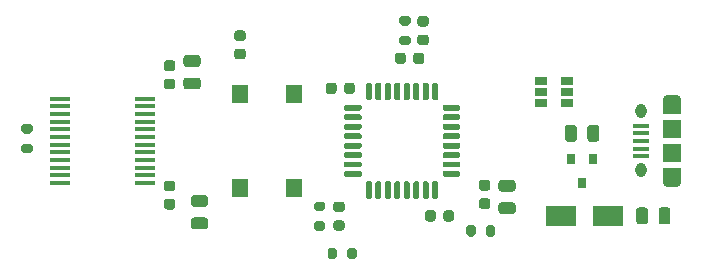
<source format=gbr>
%TF.GenerationSoftware,KiCad,Pcbnew,(5.1.9)-1*%
%TF.CreationDate,2021-05-16T17:52:49+02:00*%
%TF.ProjectId,SojournerST,536f6a6f-7572-46e6-9572-53542e6b6963,rev?*%
%TF.SameCoordinates,Original*%
%TF.FileFunction,Paste,Top*%
%TF.FilePolarity,Positive*%
%FSLAX46Y46*%
G04 Gerber Fmt 4.6, Leading zero omitted, Abs format (unit mm)*
G04 Created by KiCad (PCBNEW (5.1.9)-1) date 2021-05-16 17:52:49*
%MOMM*%
%LPD*%
G01*
G04 APERTURE LIST*
%ADD10R,1.400000X1.600000*%
%ADD11R,1.060000X0.650000*%
%ADD12R,1.750000X0.450000*%
%ADD13R,0.800000X0.900000*%
%ADD14O,0.950000X1.250000*%
%ADD15R,1.550000X1.200000*%
%ADD16O,1.550000X0.890000*%
%ADD17R,1.550000X1.500000*%
%ADD18R,1.350000X0.400000*%
%ADD19R,2.500000X1.800000*%
G04 APERTURE END LIST*
D10*
%TO.C,SW1*%
X117130000Y-68390000D03*
X117130000Y-76390000D03*
X121630000Y-68390000D03*
X121630000Y-76390000D03*
%TD*%
%TO.C,R5*%
G36*
G01*
X131339000Y-62630000D02*
X130789000Y-62630000D01*
G75*
G02*
X130589000Y-62430000I0J200000D01*
G01*
X130589000Y-62030000D01*
G75*
G02*
X130789000Y-61830000I200000J0D01*
G01*
X131339000Y-61830000D01*
G75*
G02*
X131539000Y-62030000I0J-200000D01*
G01*
X131539000Y-62430000D01*
G75*
G02*
X131339000Y-62630000I-200000J0D01*
G01*
G37*
G36*
G01*
X131339000Y-64280000D02*
X130789000Y-64280000D01*
G75*
G02*
X130589000Y-64080000I0J200000D01*
G01*
X130589000Y-63680000D01*
G75*
G02*
X130789000Y-63480000I200000J0D01*
G01*
X131339000Y-63480000D01*
G75*
G02*
X131539000Y-63680000I0J-200000D01*
G01*
X131539000Y-64080000D01*
G75*
G02*
X131339000Y-64280000I-200000J0D01*
G01*
G37*
%TD*%
%TO.C,R3*%
G36*
G01*
X126155000Y-82190000D02*
X126155000Y-81640000D01*
G75*
G02*
X126355000Y-81440000I200000J0D01*
G01*
X126755000Y-81440000D01*
G75*
G02*
X126955000Y-81640000I0J-200000D01*
G01*
X126955000Y-82190000D01*
G75*
G02*
X126755000Y-82390000I-200000J0D01*
G01*
X126355000Y-82390000D01*
G75*
G02*
X126155000Y-82190000I0J200000D01*
G01*
G37*
G36*
G01*
X124505000Y-82190000D02*
X124505000Y-81640000D01*
G75*
G02*
X124705000Y-81440000I200000J0D01*
G01*
X125105000Y-81440000D01*
G75*
G02*
X125305000Y-81640000I0J-200000D01*
G01*
X125305000Y-82190000D01*
G75*
G02*
X125105000Y-82390000I-200000J0D01*
G01*
X124705000Y-82390000D01*
G75*
G02*
X124505000Y-82190000I0J200000D01*
G01*
G37*
%TD*%
%TO.C,D3*%
G36*
G01*
X132331750Y-63405000D02*
X132844250Y-63405000D01*
G75*
G02*
X133063000Y-63623750I0J-218750D01*
G01*
X133063000Y-64061250D01*
G75*
G02*
X132844250Y-64280000I-218750J0D01*
G01*
X132331750Y-64280000D01*
G75*
G02*
X132113000Y-64061250I0J218750D01*
G01*
X132113000Y-63623750D01*
G75*
G02*
X132331750Y-63405000I218750J0D01*
G01*
G37*
G36*
G01*
X132331750Y-61830000D02*
X132844250Y-61830000D01*
G75*
G02*
X133063000Y-62048750I0J-218750D01*
G01*
X133063000Y-62486250D01*
G75*
G02*
X132844250Y-62705000I-218750J0D01*
G01*
X132331750Y-62705000D01*
G75*
G02*
X132113000Y-62486250I0J218750D01*
G01*
X132113000Y-62048750D01*
G75*
G02*
X132331750Y-61830000I218750J0D01*
G01*
G37*
%TD*%
D11*
%TO.C,U4*%
X142580000Y-68260000D03*
X142580000Y-69210000D03*
X142580000Y-67310000D03*
X144780000Y-67310000D03*
X144780000Y-68260000D03*
X144780000Y-69210000D03*
%TD*%
D12*
%TO.C,U3*%
X109010000Y-68815000D03*
X109010000Y-69465000D03*
X109010000Y-70115000D03*
X109010000Y-70765000D03*
X109010000Y-71415000D03*
X109010000Y-72065000D03*
X109010000Y-72715000D03*
X109010000Y-73365000D03*
X109010000Y-74015000D03*
X109010000Y-74665000D03*
X109010000Y-75315000D03*
X109010000Y-75965000D03*
X101810000Y-75965000D03*
X101810000Y-75315000D03*
X101810000Y-74665000D03*
X101810000Y-74015000D03*
X101810000Y-73365000D03*
X101810000Y-72715000D03*
X101810000Y-72065000D03*
X101810000Y-71415000D03*
X101810000Y-70765000D03*
X101810000Y-70115000D03*
X101810000Y-69465000D03*
X101810000Y-68815000D03*
%TD*%
D13*
%TO.C,U2*%
X146050000Y-75930000D03*
X145100000Y-73930000D03*
X147000000Y-73930000D03*
%TD*%
%TO.C,U1*%
G36*
G01*
X127760000Y-68840000D02*
X127760000Y-67590000D01*
G75*
G02*
X127885000Y-67465000I125000J0D01*
G01*
X128135000Y-67465000D01*
G75*
G02*
X128260000Y-67590000I0J-125000D01*
G01*
X128260000Y-68840000D01*
G75*
G02*
X128135000Y-68965000I-125000J0D01*
G01*
X127885000Y-68965000D01*
G75*
G02*
X127760000Y-68840000I0J125000D01*
G01*
G37*
G36*
G01*
X128560000Y-68840000D02*
X128560000Y-67590000D01*
G75*
G02*
X128685000Y-67465000I125000J0D01*
G01*
X128935000Y-67465000D01*
G75*
G02*
X129060000Y-67590000I0J-125000D01*
G01*
X129060000Y-68840000D01*
G75*
G02*
X128935000Y-68965000I-125000J0D01*
G01*
X128685000Y-68965000D01*
G75*
G02*
X128560000Y-68840000I0J125000D01*
G01*
G37*
G36*
G01*
X129360000Y-68840000D02*
X129360000Y-67590000D01*
G75*
G02*
X129485000Y-67465000I125000J0D01*
G01*
X129735000Y-67465000D01*
G75*
G02*
X129860000Y-67590000I0J-125000D01*
G01*
X129860000Y-68840000D01*
G75*
G02*
X129735000Y-68965000I-125000J0D01*
G01*
X129485000Y-68965000D01*
G75*
G02*
X129360000Y-68840000I0J125000D01*
G01*
G37*
G36*
G01*
X130160000Y-68840000D02*
X130160000Y-67590000D01*
G75*
G02*
X130285000Y-67465000I125000J0D01*
G01*
X130535000Y-67465000D01*
G75*
G02*
X130660000Y-67590000I0J-125000D01*
G01*
X130660000Y-68840000D01*
G75*
G02*
X130535000Y-68965000I-125000J0D01*
G01*
X130285000Y-68965000D01*
G75*
G02*
X130160000Y-68840000I0J125000D01*
G01*
G37*
G36*
G01*
X130960000Y-68840000D02*
X130960000Y-67590000D01*
G75*
G02*
X131085000Y-67465000I125000J0D01*
G01*
X131335000Y-67465000D01*
G75*
G02*
X131460000Y-67590000I0J-125000D01*
G01*
X131460000Y-68840000D01*
G75*
G02*
X131335000Y-68965000I-125000J0D01*
G01*
X131085000Y-68965000D01*
G75*
G02*
X130960000Y-68840000I0J125000D01*
G01*
G37*
G36*
G01*
X131760000Y-68840000D02*
X131760000Y-67590000D01*
G75*
G02*
X131885000Y-67465000I125000J0D01*
G01*
X132135000Y-67465000D01*
G75*
G02*
X132260000Y-67590000I0J-125000D01*
G01*
X132260000Y-68840000D01*
G75*
G02*
X132135000Y-68965000I-125000J0D01*
G01*
X131885000Y-68965000D01*
G75*
G02*
X131760000Y-68840000I0J125000D01*
G01*
G37*
G36*
G01*
X132560000Y-68840000D02*
X132560000Y-67590000D01*
G75*
G02*
X132685000Y-67465000I125000J0D01*
G01*
X132935000Y-67465000D01*
G75*
G02*
X133060000Y-67590000I0J-125000D01*
G01*
X133060000Y-68840000D01*
G75*
G02*
X132935000Y-68965000I-125000J0D01*
G01*
X132685000Y-68965000D01*
G75*
G02*
X132560000Y-68840000I0J125000D01*
G01*
G37*
G36*
G01*
X133360000Y-68840000D02*
X133360000Y-67590000D01*
G75*
G02*
X133485000Y-67465000I125000J0D01*
G01*
X133735000Y-67465000D01*
G75*
G02*
X133860000Y-67590000I0J-125000D01*
G01*
X133860000Y-68840000D01*
G75*
G02*
X133735000Y-68965000I-125000J0D01*
G01*
X133485000Y-68965000D01*
G75*
G02*
X133360000Y-68840000I0J125000D01*
G01*
G37*
G36*
G01*
X134235000Y-69715000D02*
X134235000Y-69465000D01*
G75*
G02*
X134360000Y-69340000I125000J0D01*
G01*
X135610000Y-69340000D01*
G75*
G02*
X135735000Y-69465000I0J-125000D01*
G01*
X135735000Y-69715000D01*
G75*
G02*
X135610000Y-69840000I-125000J0D01*
G01*
X134360000Y-69840000D01*
G75*
G02*
X134235000Y-69715000I0J125000D01*
G01*
G37*
G36*
G01*
X134235000Y-70515000D02*
X134235000Y-70265000D01*
G75*
G02*
X134360000Y-70140000I125000J0D01*
G01*
X135610000Y-70140000D01*
G75*
G02*
X135735000Y-70265000I0J-125000D01*
G01*
X135735000Y-70515000D01*
G75*
G02*
X135610000Y-70640000I-125000J0D01*
G01*
X134360000Y-70640000D01*
G75*
G02*
X134235000Y-70515000I0J125000D01*
G01*
G37*
G36*
G01*
X134235000Y-71315000D02*
X134235000Y-71065000D01*
G75*
G02*
X134360000Y-70940000I125000J0D01*
G01*
X135610000Y-70940000D01*
G75*
G02*
X135735000Y-71065000I0J-125000D01*
G01*
X135735000Y-71315000D01*
G75*
G02*
X135610000Y-71440000I-125000J0D01*
G01*
X134360000Y-71440000D01*
G75*
G02*
X134235000Y-71315000I0J125000D01*
G01*
G37*
G36*
G01*
X134235000Y-72115000D02*
X134235000Y-71865000D01*
G75*
G02*
X134360000Y-71740000I125000J0D01*
G01*
X135610000Y-71740000D01*
G75*
G02*
X135735000Y-71865000I0J-125000D01*
G01*
X135735000Y-72115000D01*
G75*
G02*
X135610000Y-72240000I-125000J0D01*
G01*
X134360000Y-72240000D01*
G75*
G02*
X134235000Y-72115000I0J125000D01*
G01*
G37*
G36*
G01*
X134235000Y-72915000D02*
X134235000Y-72665000D01*
G75*
G02*
X134360000Y-72540000I125000J0D01*
G01*
X135610000Y-72540000D01*
G75*
G02*
X135735000Y-72665000I0J-125000D01*
G01*
X135735000Y-72915000D01*
G75*
G02*
X135610000Y-73040000I-125000J0D01*
G01*
X134360000Y-73040000D01*
G75*
G02*
X134235000Y-72915000I0J125000D01*
G01*
G37*
G36*
G01*
X134235000Y-73715000D02*
X134235000Y-73465000D01*
G75*
G02*
X134360000Y-73340000I125000J0D01*
G01*
X135610000Y-73340000D01*
G75*
G02*
X135735000Y-73465000I0J-125000D01*
G01*
X135735000Y-73715000D01*
G75*
G02*
X135610000Y-73840000I-125000J0D01*
G01*
X134360000Y-73840000D01*
G75*
G02*
X134235000Y-73715000I0J125000D01*
G01*
G37*
G36*
G01*
X134235000Y-74515000D02*
X134235000Y-74265000D01*
G75*
G02*
X134360000Y-74140000I125000J0D01*
G01*
X135610000Y-74140000D01*
G75*
G02*
X135735000Y-74265000I0J-125000D01*
G01*
X135735000Y-74515000D01*
G75*
G02*
X135610000Y-74640000I-125000J0D01*
G01*
X134360000Y-74640000D01*
G75*
G02*
X134235000Y-74515000I0J125000D01*
G01*
G37*
G36*
G01*
X134235000Y-75315000D02*
X134235000Y-75065000D01*
G75*
G02*
X134360000Y-74940000I125000J0D01*
G01*
X135610000Y-74940000D01*
G75*
G02*
X135735000Y-75065000I0J-125000D01*
G01*
X135735000Y-75315000D01*
G75*
G02*
X135610000Y-75440000I-125000J0D01*
G01*
X134360000Y-75440000D01*
G75*
G02*
X134235000Y-75315000I0J125000D01*
G01*
G37*
G36*
G01*
X133360000Y-77190000D02*
X133360000Y-75940000D01*
G75*
G02*
X133485000Y-75815000I125000J0D01*
G01*
X133735000Y-75815000D01*
G75*
G02*
X133860000Y-75940000I0J-125000D01*
G01*
X133860000Y-77190000D01*
G75*
G02*
X133735000Y-77315000I-125000J0D01*
G01*
X133485000Y-77315000D01*
G75*
G02*
X133360000Y-77190000I0J125000D01*
G01*
G37*
G36*
G01*
X132560000Y-77190000D02*
X132560000Y-75940000D01*
G75*
G02*
X132685000Y-75815000I125000J0D01*
G01*
X132935000Y-75815000D01*
G75*
G02*
X133060000Y-75940000I0J-125000D01*
G01*
X133060000Y-77190000D01*
G75*
G02*
X132935000Y-77315000I-125000J0D01*
G01*
X132685000Y-77315000D01*
G75*
G02*
X132560000Y-77190000I0J125000D01*
G01*
G37*
G36*
G01*
X131760000Y-77190000D02*
X131760000Y-75940000D01*
G75*
G02*
X131885000Y-75815000I125000J0D01*
G01*
X132135000Y-75815000D01*
G75*
G02*
X132260000Y-75940000I0J-125000D01*
G01*
X132260000Y-77190000D01*
G75*
G02*
X132135000Y-77315000I-125000J0D01*
G01*
X131885000Y-77315000D01*
G75*
G02*
X131760000Y-77190000I0J125000D01*
G01*
G37*
G36*
G01*
X130960000Y-77190000D02*
X130960000Y-75940000D01*
G75*
G02*
X131085000Y-75815000I125000J0D01*
G01*
X131335000Y-75815000D01*
G75*
G02*
X131460000Y-75940000I0J-125000D01*
G01*
X131460000Y-77190000D01*
G75*
G02*
X131335000Y-77315000I-125000J0D01*
G01*
X131085000Y-77315000D01*
G75*
G02*
X130960000Y-77190000I0J125000D01*
G01*
G37*
G36*
G01*
X130160000Y-77190000D02*
X130160000Y-75940000D01*
G75*
G02*
X130285000Y-75815000I125000J0D01*
G01*
X130535000Y-75815000D01*
G75*
G02*
X130660000Y-75940000I0J-125000D01*
G01*
X130660000Y-77190000D01*
G75*
G02*
X130535000Y-77315000I-125000J0D01*
G01*
X130285000Y-77315000D01*
G75*
G02*
X130160000Y-77190000I0J125000D01*
G01*
G37*
G36*
G01*
X129360000Y-77190000D02*
X129360000Y-75940000D01*
G75*
G02*
X129485000Y-75815000I125000J0D01*
G01*
X129735000Y-75815000D01*
G75*
G02*
X129860000Y-75940000I0J-125000D01*
G01*
X129860000Y-77190000D01*
G75*
G02*
X129735000Y-77315000I-125000J0D01*
G01*
X129485000Y-77315000D01*
G75*
G02*
X129360000Y-77190000I0J125000D01*
G01*
G37*
G36*
G01*
X128560000Y-77190000D02*
X128560000Y-75940000D01*
G75*
G02*
X128685000Y-75815000I125000J0D01*
G01*
X128935000Y-75815000D01*
G75*
G02*
X129060000Y-75940000I0J-125000D01*
G01*
X129060000Y-77190000D01*
G75*
G02*
X128935000Y-77315000I-125000J0D01*
G01*
X128685000Y-77315000D01*
G75*
G02*
X128560000Y-77190000I0J125000D01*
G01*
G37*
G36*
G01*
X127760000Y-77190000D02*
X127760000Y-75940000D01*
G75*
G02*
X127885000Y-75815000I125000J0D01*
G01*
X128135000Y-75815000D01*
G75*
G02*
X128260000Y-75940000I0J-125000D01*
G01*
X128260000Y-77190000D01*
G75*
G02*
X128135000Y-77315000I-125000J0D01*
G01*
X127885000Y-77315000D01*
G75*
G02*
X127760000Y-77190000I0J125000D01*
G01*
G37*
G36*
G01*
X125885000Y-75315000D02*
X125885000Y-75065000D01*
G75*
G02*
X126010000Y-74940000I125000J0D01*
G01*
X127260000Y-74940000D01*
G75*
G02*
X127385000Y-75065000I0J-125000D01*
G01*
X127385000Y-75315000D01*
G75*
G02*
X127260000Y-75440000I-125000J0D01*
G01*
X126010000Y-75440000D01*
G75*
G02*
X125885000Y-75315000I0J125000D01*
G01*
G37*
G36*
G01*
X125885000Y-74515000D02*
X125885000Y-74265000D01*
G75*
G02*
X126010000Y-74140000I125000J0D01*
G01*
X127260000Y-74140000D01*
G75*
G02*
X127385000Y-74265000I0J-125000D01*
G01*
X127385000Y-74515000D01*
G75*
G02*
X127260000Y-74640000I-125000J0D01*
G01*
X126010000Y-74640000D01*
G75*
G02*
X125885000Y-74515000I0J125000D01*
G01*
G37*
G36*
G01*
X125885000Y-73715000D02*
X125885000Y-73465000D01*
G75*
G02*
X126010000Y-73340000I125000J0D01*
G01*
X127260000Y-73340000D01*
G75*
G02*
X127385000Y-73465000I0J-125000D01*
G01*
X127385000Y-73715000D01*
G75*
G02*
X127260000Y-73840000I-125000J0D01*
G01*
X126010000Y-73840000D01*
G75*
G02*
X125885000Y-73715000I0J125000D01*
G01*
G37*
G36*
G01*
X125885000Y-72915000D02*
X125885000Y-72665000D01*
G75*
G02*
X126010000Y-72540000I125000J0D01*
G01*
X127260000Y-72540000D01*
G75*
G02*
X127385000Y-72665000I0J-125000D01*
G01*
X127385000Y-72915000D01*
G75*
G02*
X127260000Y-73040000I-125000J0D01*
G01*
X126010000Y-73040000D01*
G75*
G02*
X125885000Y-72915000I0J125000D01*
G01*
G37*
G36*
G01*
X125885000Y-72115000D02*
X125885000Y-71865000D01*
G75*
G02*
X126010000Y-71740000I125000J0D01*
G01*
X127260000Y-71740000D01*
G75*
G02*
X127385000Y-71865000I0J-125000D01*
G01*
X127385000Y-72115000D01*
G75*
G02*
X127260000Y-72240000I-125000J0D01*
G01*
X126010000Y-72240000D01*
G75*
G02*
X125885000Y-72115000I0J125000D01*
G01*
G37*
G36*
G01*
X125885000Y-71315000D02*
X125885000Y-71065000D01*
G75*
G02*
X126010000Y-70940000I125000J0D01*
G01*
X127260000Y-70940000D01*
G75*
G02*
X127385000Y-71065000I0J-125000D01*
G01*
X127385000Y-71315000D01*
G75*
G02*
X127260000Y-71440000I-125000J0D01*
G01*
X126010000Y-71440000D01*
G75*
G02*
X125885000Y-71315000I0J125000D01*
G01*
G37*
G36*
G01*
X125885000Y-70515000D02*
X125885000Y-70265000D01*
G75*
G02*
X126010000Y-70140000I125000J0D01*
G01*
X127260000Y-70140000D01*
G75*
G02*
X127385000Y-70265000I0J-125000D01*
G01*
X127385000Y-70515000D01*
G75*
G02*
X127260000Y-70640000I-125000J0D01*
G01*
X126010000Y-70640000D01*
G75*
G02*
X125885000Y-70515000I0J125000D01*
G01*
G37*
G36*
G01*
X125885000Y-69715000D02*
X125885000Y-69465000D01*
G75*
G02*
X126010000Y-69340000I125000J0D01*
G01*
X127260000Y-69340000D01*
G75*
G02*
X127385000Y-69465000I0J-125000D01*
G01*
X127385000Y-69715000D01*
G75*
G02*
X127260000Y-69840000I-125000J0D01*
G01*
X126010000Y-69840000D01*
G75*
G02*
X125885000Y-69715000I0J125000D01*
G01*
G37*
%TD*%
%TO.C,R1*%
G36*
G01*
X137902000Y-80285000D02*
X137902000Y-79735000D01*
G75*
G02*
X138102000Y-79535000I200000J0D01*
G01*
X138502000Y-79535000D01*
G75*
G02*
X138702000Y-79735000I0J-200000D01*
G01*
X138702000Y-80285000D01*
G75*
G02*
X138502000Y-80485000I-200000J0D01*
G01*
X138102000Y-80485000D01*
G75*
G02*
X137902000Y-80285000I0J200000D01*
G01*
G37*
G36*
G01*
X136252000Y-80285000D02*
X136252000Y-79735000D01*
G75*
G02*
X136452000Y-79535000I200000J0D01*
G01*
X136852000Y-79535000D01*
G75*
G02*
X137052000Y-79735000I0J-200000D01*
G01*
X137052000Y-80285000D01*
G75*
G02*
X136852000Y-80485000I-200000J0D01*
G01*
X136452000Y-80485000D01*
G75*
G02*
X136252000Y-80285000I0J200000D01*
G01*
G37*
%TD*%
%TO.C,R4*%
G36*
G01*
X123550000Y-79190500D02*
X124100000Y-79190500D01*
G75*
G02*
X124300000Y-79390500I0J-200000D01*
G01*
X124300000Y-79790500D01*
G75*
G02*
X124100000Y-79990500I-200000J0D01*
G01*
X123550000Y-79990500D01*
G75*
G02*
X123350000Y-79790500I0J200000D01*
G01*
X123350000Y-79390500D01*
G75*
G02*
X123550000Y-79190500I200000J0D01*
G01*
G37*
G36*
G01*
X123550000Y-77540500D02*
X124100000Y-77540500D01*
G75*
G02*
X124300000Y-77740500I0J-200000D01*
G01*
X124300000Y-78140500D01*
G75*
G02*
X124100000Y-78340500I-200000J0D01*
G01*
X123550000Y-78340500D01*
G75*
G02*
X123350000Y-78140500I0J200000D01*
G01*
X123350000Y-77740500D01*
G75*
G02*
X123550000Y-77540500I200000J0D01*
G01*
G37*
%TD*%
%TO.C,R2*%
G36*
G01*
X99335000Y-71775000D02*
X98785000Y-71775000D01*
G75*
G02*
X98585000Y-71575000I0J200000D01*
G01*
X98585000Y-71175000D01*
G75*
G02*
X98785000Y-70975000I200000J0D01*
G01*
X99335000Y-70975000D01*
G75*
G02*
X99535000Y-71175000I0J-200000D01*
G01*
X99535000Y-71575000D01*
G75*
G02*
X99335000Y-71775000I-200000J0D01*
G01*
G37*
G36*
G01*
X99335000Y-73425000D02*
X98785000Y-73425000D01*
G75*
G02*
X98585000Y-73225000I0J200000D01*
G01*
X98585000Y-72825000D01*
G75*
G02*
X98785000Y-72625000I200000J0D01*
G01*
X99335000Y-72625000D01*
G75*
G02*
X99535000Y-72825000I0J-200000D01*
G01*
X99535000Y-73225000D01*
G75*
G02*
X99335000Y-73425000I-200000J0D01*
G01*
G37*
%TD*%
D14*
%TO.C,J1*%
X151000000Y-69890000D03*
X151000000Y-74890000D03*
D15*
X153700000Y-69490000D03*
X153700000Y-75290000D03*
D16*
X153700000Y-68890000D03*
D17*
X153700000Y-71390000D03*
X153700000Y-73390000D03*
D16*
X153700000Y-75890000D03*
D18*
X151000000Y-71090000D03*
X151000000Y-71740000D03*
X151000000Y-72390000D03*
X151000000Y-73040000D03*
X151000000Y-73690000D03*
%TD*%
%TO.C,D2*%
G36*
G01*
X125732250Y-78415500D02*
X125219750Y-78415500D01*
G75*
G02*
X125001000Y-78196750I0J218750D01*
G01*
X125001000Y-77759250D01*
G75*
G02*
X125219750Y-77540500I218750J0D01*
G01*
X125732250Y-77540500D01*
G75*
G02*
X125951000Y-77759250I0J-218750D01*
G01*
X125951000Y-78196750D01*
G75*
G02*
X125732250Y-78415500I-218750J0D01*
G01*
G37*
G36*
G01*
X125732250Y-79990500D02*
X125219750Y-79990500D01*
G75*
G02*
X125001000Y-79771750I0J218750D01*
G01*
X125001000Y-79334250D01*
G75*
G02*
X125219750Y-79115500I218750J0D01*
G01*
X125732250Y-79115500D01*
G75*
G02*
X125951000Y-79334250I0J-218750D01*
G01*
X125951000Y-79771750D01*
G75*
G02*
X125732250Y-79990500I-218750J0D01*
G01*
G37*
%TD*%
D19*
%TO.C,D1*%
X148272000Y-78740000D03*
X144272000Y-78740000D03*
%TD*%
%TO.C,C9*%
G36*
G01*
X116844000Y-64587000D02*
X117344000Y-64587000D01*
G75*
G02*
X117569000Y-64812000I0J-225000D01*
G01*
X117569000Y-65262000D01*
G75*
G02*
X117344000Y-65487000I-225000J0D01*
G01*
X116844000Y-65487000D01*
G75*
G02*
X116619000Y-65262000I0J225000D01*
G01*
X116619000Y-64812000D01*
G75*
G02*
X116844000Y-64587000I225000J0D01*
G01*
G37*
G36*
G01*
X116844000Y-63037000D02*
X117344000Y-63037000D01*
G75*
G02*
X117569000Y-63262000I0J-225000D01*
G01*
X117569000Y-63712000D01*
G75*
G02*
X117344000Y-63937000I-225000J0D01*
G01*
X116844000Y-63937000D01*
G75*
G02*
X116619000Y-63712000I0J225000D01*
G01*
X116619000Y-63262000D01*
G75*
G02*
X116844000Y-63037000I225000J0D01*
G01*
G37*
%TD*%
%TO.C,C7*%
G36*
G01*
X131770000Y-65655000D02*
X131770000Y-65155000D01*
G75*
G02*
X131995000Y-64930000I225000J0D01*
G01*
X132445000Y-64930000D01*
G75*
G02*
X132670000Y-65155000I0J-225000D01*
G01*
X132670000Y-65655000D01*
G75*
G02*
X132445000Y-65880000I-225000J0D01*
G01*
X131995000Y-65880000D01*
G75*
G02*
X131770000Y-65655000I0J225000D01*
G01*
G37*
G36*
G01*
X130220000Y-65655000D02*
X130220000Y-65155000D01*
G75*
G02*
X130445000Y-64930000I225000J0D01*
G01*
X130895000Y-64930000D01*
G75*
G02*
X131120000Y-65155000I0J-225000D01*
G01*
X131120000Y-65655000D01*
G75*
G02*
X130895000Y-65880000I-225000J0D01*
G01*
X130445000Y-65880000D01*
G75*
G02*
X130220000Y-65655000I0J225000D01*
G01*
G37*
%TD*%
%TO.C,C12*%
G36*
G01*
X110875000Y-77300000D02*
X111375000Y-77300000D01*
G75*
G02*
X111600000Y-77525000I0J-225000D01*
G01*
X111600000Y-77975000D01*
G75*
G02*
X111375000Y-78200000I-225000J0D01*
G01*
X110875000Y-78200000D01*
G75*
G02*
X110650000Y-77975000I0J225000D01*
G01*
X110650000Y-77525000D01*
G75*
G02*
X110875000Y-77300000I225000J0D01*
G01*
G37*
G36*
G01*
X110875000Y-75750000D02*
X111375000Y-75750000D01*
G75*
G02*
X111600000Y-75975000I0J-225000D01*
G01*
X111600000Y-76425000D01*
G75*
G02*
X111375000Y-76650000I-225000J0D01*
G01*
X110875000Y-76650000D01*
G75*
G02*
X110650000Y-76425000I0J225000D01*
G01*
X110650000Y-75975000D01*
G75*
G02*
X110875000Y-75750000I225000J0D01*
G01*
G37*
%TD*%
%TO.C,C11*%
G36*
G01*
X113190000Y-78875000D02*
X114140000Y-78875000D01*
G75*
G02*
X114390000Y-79125000I0J-250000D01*
G01*
X114390000Y-79625000D01*
G75*
G02*
X114140000Y-79875000I-250000J0D01*
G01*
X113190000Y-79875000D01*
G75*
G02*
X112940000Y-79625000I0J250000D01*
G01*
X112940000Y-79125000D01*
G75*
G02*
X113190000Y-78875000I250000J0D01*
G01*
G37*
G36*
G01*
X113190000Y-76975000D02*
X114140000Y-76975000D01*
G75*
G02*
X114390000Y-77225000I0J-250000D01*
G01*
X114390000Y-77725000D01*
G75*
G02*
X114140000Y-77975000I-250000J0D01*
G01*
X113190000Y-77975000D01*
G75*
G02*
X112940000Y-77725000I0J250000D01*
G01*
X112940000Y-77225000D01*
G75*
G02*
X113190000Y-76975000I250000J0D01*
G01*
G37*
%TD*%
%TO.C,C10*%
G36*
G01*
X111375000Y-66477000D02*
X110875000Y-66477000D01*
G75*
G02*
X110650000Y-66252000I0J225000D01*
G01*
X110650000Y-65802000D01*
G75*
G02*
X110875000Y-65577000I225000J0D01*
G01*
X111375000Y-65577000D01*
G75*
G02*
X111600000Y-65802000I0J-225000D01*
G01*
X111600000Y-66252000D01*
G75*
G02*
X111375000Y-66477000I-225000J0D01*
G01*
G37*
G36*
G01*
X111375000Y-68027000D02*
X110875000Y-68027000D01*
G75*
G02*
X110650000Y-67802000I0J225000D01*
G01*
X110650000Y-67352000D01*
G75*
G02*
X110875000Y-67127000I225000J0D01*
G01*
X111375000Y-67127000D01*
G75*
G02*
X111600000Y-67352000I0J-225000D01*
G01*
X111600000Y-67802000D01*
G75*
G02*
X111375000Y-68027000I-225000J0D01*
G01*
G37*
%TD*%
%TO.C,C8*%
G36*
G01*
X113505000Y-66127000D02*
X112555000Y-66127000D01*
G75*
G02*
X112305000Y-65877000I0J250000D01*
G01*
X112305000Y-65377000D01*
G75*
G02*
X112555000Y-65127000I250000J0D01*
G01*
X113505000Y-65127000D01*
G75*
G02*
X113755000Y-65377000I0J-250000D01*
G01*
X113755000Y-65877000D01*
G75*
G02*
X113505000Y-66127000I-250000J0D01*
G01*
G37*
G36*
G01*
X113505000Y-68027000D02*
X112555000Y-68027000D01*
G75*
G02*
X112305000Y-67777000I0J250000D01*
G01*
X112305000Y-67277000D01*
G75*
G02*
X112555000Y-67027000I250000J0D01*
G01*
X113505000Y-67027000D01*
G75*
G02*
X113755000Y-67277000I0J-250000D01*
G01*
X113755000Y-67777000D01*
G75*
G02*
X113505000Y-68027000I-250000J0D01*
G01*
G37*
%TD*%
%TO.C,C5*%
G36*
G01*
X125265000Y-67695000D02*
X125265000Y-68195000D01*
G75*
G02*
X125040000Y-68420000I-225000J0D01*
G01*
X124590000Y-68420000D01*
G75*
G02*
X124365000Y-68195000I0J225000D01*
G01*
X124365000Y-67695000D01*
G75*
G02*
X124590000Y-67470000I225000J0D01*
G01*
X125040000Y-67470000D01*
G75*
G02*
X125265000Y-67695000I0J-225000D01*
G01*
G37*
G36*
G01*
X126815000Y-67695000D02*
X126815000Y-68195000D01*
G75*
G02*
X126590000Y-68420000I-225000J0D01*
G01*
X126140000Y-68420000D01*
G75*
G02*
X125915000Y-68195000I0J225000D01*
G01*
X125915000Y-67695000D01*
G75*
G02*
X126140000Y-67470000I225000J0D01*
G01*
X126590000Y-67470000D01*
G75*
G02*
X126815000Y-67695000I0J-225000D01*
G01*
G37*
%TD*%
%TO.C,C3*%
G36*
G01*
X137545000Y-77250000D02*
X138045000Y-77250000D01*
G75*
G02*
X138270000Y-77475000I0J-225000D01*
G01*
X138270000Y-77925000D01*
G75*
G02*
X138045000Y-78150000I-225000J0D01*
G01*
X137545000Y-78150000D01*
G75*
G02*
X137320000Y-77925000I0J225000D01*
G01*
X137320000Y-77475000D01*
G75*
G02*
X137545000Y-77250000I225000J0D01*
G01*
G37*
G36*
G01*
X137545000Y-75700000D02*
X138045000Y-75700000D01*
G75*
G02*
X138270000Y-75925000I0J-225000D01*
G01*
X138270000Y-76375000D01*
G75*
G02*
X138045000Y-76600000I-225000J0D01*
G01*
X137545000Y-76600000D01*
G75*
G02*
X137320000Y-76375000I0J225000D01*
G01*
X137320000Y-75925000D01*
G75*
G02*
X137545000Y-75700000I225000J0D01*
G01*
G37*
%TD*%
%TO.C,C2*%
G36*
G01*
X134310000Y-78990000D02*
X134310000Y-78490000D01*
G75*
G02*
X134535000Y-78265000I225000J0D01*
G01*
X134985000Y-78265000D01*
G75*
G02*
X135210000Y-78490000I0J-225000D01*
G01*
X135210000Y-78990000D01*
G75*
G02*
X134985000Y-79215000I-225000J0D01*
G01*
X134535000Y-79215000D01*
G75*
G02*
X134310000Y-78990000I0J225000D01*
G01*
G37*
G36*
G01*
X132760000Y-78990000D02*
X132760000Y-78490000D01*
G75*
G02*
X132985000Y-78265000I225000J0D01*
G01*
X133435000Y-78265000D01*
G75*
G02*
X133660000Y-78490000I0J-225000D01*
G01*
X133660000Y-78990000D01*
G75*
G02*
X133435000Y-79215000I-225000J0D01*
G01*
X132985000Y-79215000D01*
G75*
G02*
X132760000Y-78990000I0J225000D01*
G01*
G37*
%TD*%
%TO.C,C1*%
G36*
G01*
X139225000Y-77600000D02*
X140175000Y-77600000D01*
G75*
G02*
X140425000Y-77850000I0J-250000D01*
G01*
X140425000Y-78350000D01*
G75*
G02*
X140175000Y-78600000I-250000J0D01*
G01*
X139225000Y-78600000D01*
G75*
G02*
X138975000Y-78350000I0J250000D01*
G01*
X138975000Y-77850000D01*
G75*
G02*
X139225000Y-77600000I250000J0D01*
G01*
G37*
G36*
G01*
X139225000Y-75700000D02*
X140175000Y-75700000D01*
G75*
G02*
X140425000Y-75950000I0J-250000D01*
G01*
X140425000Y-76450000D01*
G75*
G02*
X140175000Y-76700000I-250000J0D01*
G01*
X139225000Y-76700000D01*
G75*
G02*
X138975000Y-76450000I0J250000D01*
G01*
X138975000Y-75950000D01*
G75*
G02*
X139225000Y-75700000I250000J0D01*
G01*
G37*
%TD*%
%TO.C,C6*%
G36*
G01*
X146500000Y-72230000D02*
X146500000Y-71280000D01*
G75*
G02*
X146750000Y-71030000I250000J0D01*
G01*
X147250000Y-71030000D01*
G75*
G02*
X147500000Y-71280000I0J-250000D01*
G01*
X147500000Y-72230000D01*
G75*
G02*
X147250000Y-72480000I-250000J0D01*
G01*
X146750000Y-72480000D01*
G75*
G02*
X146500000Y-72230000I0J250000D01*
G01*
G37*
G36*
G01*
X144600000Y-72230000D02*
X144600000Y-71280000D01*
G75*
G02*
X144850000Y-71030000I250000J0D01*
G01*
X145350000Y-71030000D01*
G75*
G02*
X145600000Y-71280000I0J-250000D01*
G01*
X145600000Y-72230000D01*
G75*
G02*
X145350000Y-72480000I-250000J0D01*
G01*
X144850000Y-72480000D01*
G75*
G02*
X144600000Y-72230000I0J250000D01*
G01*
G37*
%TD*%
%TO.C,C4*%
G36*
G01*
X152530000Y-79215000D02*
X152530000Y-78265000D01*
G75*
G02*
X152780000Y-78015000I250000J0D01*
G01*
X153280000Y-78015000D01*
G75*
G02*
X153530000Y-78265000I0J-250000D01*
G01*
X153530000Y-79215000D01*
G75*
G02*
X153280000Y-79465000I-250000J0D01*
G01*
X152780000Y-79465000D01*
G75*
G02*
X152530000Y-79215000I0J250000D01*
G01*
G37*
G36*
G01*
X150630000Y-79215000D02*
X150630000Y-78265000D01*
G75*
G02*
X150880000Y-78015000I250000J0D01*
G01*
X151380000Y-78015000D01*
G75*
G02*
X151630000Y-78265000I0J-250000D01*
G01*
X151630000Y-79215000D01*
G75*
G02*
X151380000Y-79465000I-250000J0D01*
G01*
X150880000Y-79465000D01*
G75*
G02*
X150630000Y-79215000I0J250000D01*
G01*
G37*
%TD*%
M02*

</source>
